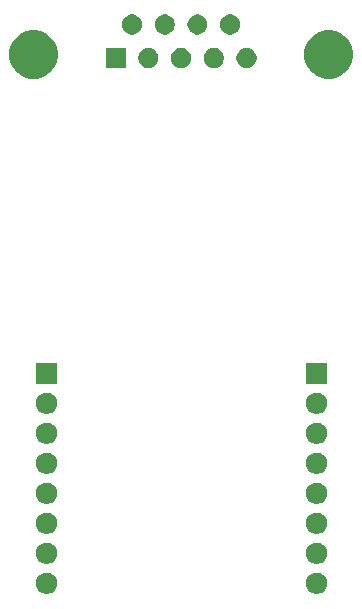
<source format=gbr>
G04 #@! TF.GenerationSoftware,KiCad,Pcbnew,(5.1.5)-3*
G04 #@! TF.CreationDate,2020-04-27T13:04:48+02:00*
G04 #@! TF.ProjectId,RS232_click,52533233-325f-4636-9c69-636b2e6b6963,rev?*
G04 #@! TF.SameCoordinates,Original*
G04 #@! TF.FileFunction,Soldermask,Bot*
G04 #@! TF.FilePolarity,Negative*
%FSLAX46Y46*%
G04 Gerber Fmt 4.6, Leading zero omitted, Abs format (unit mm)*
G04 Created by KiCad (PCBNEW (5.1.5)-3) date 2020-04-27 13:04:48*
%MOMM*%
%LPD*%
G04 APERTURE LIST*
%ADD10C,0.100000*%
G04 APERTURE END LIST*
D10*
G36*
X75043512Y-147693927D02*
G01*
X75192812Y-147723624D01*
X75356784Y-147791544D01*
X75504354Y-147890147D01*
X75629853Y-148015646D01*
X75728456Y-148163216D01*
X75796376Y-148327188D01*
X75831000Y-148501259D01*
X75831000Y-148678741D01*
X75796376Y-148852812D01*
X75728456Y-149016784D01*
X75629853Y-149164354D01*
X75504354Y-149289853D01*
X75356784Y-149388456D01*
X75192812Y-149456376D01*
X75043512Y-149486073D01*
X75018742Y-149491000D01*
X74841258Y-149491000D01*
X74816488Y-149486073D01*
X74667188Y-149456376D01*
X74503216Y-149388456D01*
X74355646Y-149289853D01*
X74230147Y-149164354D01*
X74131544Y-149016784D01*
X74063624Y-148852812D01*
X74029000Y-148678741D01*
X74029000Y-148501259D01*
X74063624Y-148327188D01*
X74131544Y-148163216D01*
X74230147Y-148015646D01*
X74355646Y-147890147D01*
X74503216Y-147791544D01*
X74667188Y-147723624D01*
X74816488Y-147693927D01*
X74841258Y-147689000D01*
X75018742Y-147689000D01*
X75043512Y-147693927D01*
G37*
G36*
X52183512Y-147693927D02*
G01*
X52332812Y-147723624D01*
X52496784Y-147791544D01*
X52644354Y-147890147D01*
X52769853Y-148015646D01*
X52868456Y-148163216D01*
X52936376Y-148327188D01*
X52971000Y-148501259D01*
X52971000Y-148678741D01*
X52936376Y-148852812D01*
X52868456Y-149016784D01*
X52769853Y-149164354D01*
X52644354Y-149289853D01*
X52496784Y-149388456D01*
X52332812Y-149456376D01*
X52183512Y-149486073D01*
X52158742Y-149491000D01*
X51981258Y-149491000D01*
X51956488Y-149486073D01*
X51807188Y-149456376D01*
X51643216Y-149388456D01*
X51495646Y-149289853D01*
X51370147Y-149164354D01*
X51271544Y-149016784D01*
X51203624Y-148852812D01*
X51169000Y-148678741D01*
X51169000Y-148501259D01*
X51203624Y-148327188D01*
X51271544Y-148163216D01*
X51370147Y-148015646D01*
X51495646Y-147890147D01*
X51643216Y-147791544D01*
X51807188Y-147723624D01*
X51956488Y-147693927D01*
X51981258Y-147689000D01*
X52158742Y-147689000D01*
X52183512Y-147693927D01*
G37*
G36*
X75043512Y-145153927D02*
G01*
X75192812Y-145183624D01*
X75356784Y-145251544D01*
X75504354Y-145350147D01*
X75629853Y-145475646D01*
X75728456Y-145623216D01*
X75796376Y-145787188D01*
X75831000Y-145961259D01*
X75831000Y-146138741D01*
X75796376Y-146312812D01*
X75728456Y-146476784D01*
X75629853Y-146624354D01*
X75504354Y-146749853D01*
X75356784Y-146848456D01*
X75192812Y-146916376D01*
X75043512Y-146946073D01*
X75018742Y-146951000D01*
X74841258Y-146951000D01*
X74816488Y-146946073D01*
X74667188Y-146916376D01*
X74503216Y-146848456D01*
X74355646Y-146749853D01*
X74230147Y-146624354D01*
X74131544Y-146476784D01*
X74063624Y-146312812D01*
X74029000Y-146138741D01*
X74029000Y-145961259D01*
X74063624Y-145787188D01*
X74131544Y-145623216D01*
X74230147Y-145475646D01*
X74355646Y-145350147D01*
X74503216Y-145251544D01*
X74667188Y-145183624D01*
X74816488Y-145153927D01*
X74841258Y-145149000D01*
X75018742Y-145149000D01*
X75043512Y-145153927D01*
G37*
G36*
X52183512Y-145153927D02*
G01*
X52332812Y-145183624D01*
X52496784Y-145251544D01*
X52644354Y-145350147D01*
X52769853Y-145475646D01*
X52868456Y-145623216D01*
X52936376Y-145787188D01*
X52971000Y-145961259D01*
X52971000Y-146138741D01*
X52936376Y-146312812D01*
X52868456Y-146476784D01*
X52769853Y-146624354D01*
X52644354Y-146749853D01*
X52496784Y-146848456D01*
X52332812Y-146916376D01*
X52183512Y-146946073D01*
X52158742Y-146951000D01*
X51981258Y-146951000D01*
X51956488Y-146946073D01*
X51807188Y-146916376D01*
X51643216Y-146848456D01*
X51495646Y-146749853D01*
X51370147Y-146624354D01*
X51271544Y-146476784D01*
X51203624Y-146312812D01*
X51169000Y-146138741D01*
X51169000Y-145961259D01*
X51203624Y-145787188D01*
X51271544Y-145623216D01*
X51370147Y-145475646D01*
X51495646Y-145350147D01*
X51643216Y-145251544D01*
X51807188Y-145183624D01*
X51956488Y-145153927D01*
X51981258Y-145149000D01*
X52158742Y-145149000D01*
X52183512Y-145153927D01*
G37*
G36*
X75043512Y-142613927D02*
G01*
X75192812Y-142643624D01*
X75356784Y-142711544D01*
X75504354Y-142810147D01*
X75629853Y-142935646D01*
X75728456Y-143083216D01*
X75796376Y-143247188D01*
X75831000Y-143421259D01*
X75831000Y-143598741D01*
X75796376Y-143772812D01*
X75728456Y-143936784D01*
X75629853Y-144084354D01*
X75504354Y-144209853D01*
X75356784Y-144308456D01*
X75192812Y-144376376D01*
X75043512Y-144406073D01*
X75018742Y-144411000D01*
X74841258Y-144411000D01*
X74816488Y-144406073D01*
X74667188Y-144376376D01*
X74503216Y-144308456D01*
X74355646Y-144209853D01*
X74230147Y-144084354D01*
X74131544Y-143936784D01*
X74063624Y-143772812D01*
X74029000Y-143598741D01*
X74029000Y-143421259D01*
X74063624Y-143247188D01*
X74131544Y-143083216D01*
X74230147Y-142935646D01*
X74355646Y-142810147D01*
X74503216Y-142711544D01*
X74667188Y-142643624D01*
X74816488Y-142613927D01*
X74841258Y-142609000D01*
X75018742Y-142609000D01*
X75043512Y-142613927D01*
G37*
G36*
X52183512Y-142613927D02*
G01*
X52332812Y-142643624D01*
X52496784Y-142711544D01*
X52644354Y-142810147D01*
X52769853Y-142935646D01*
X52868456Y-143083216D01*
X52936376Y-143247188D01*
X52971000Y-143421259D01*
X52971000Y-143598741D01*
X52936376Y-143772812D01*
X52868456Y-143936784D01*
X52769853Y-144084354D01*
X52644354Y-144209853D01*
X52496784Y-144308456D01*
X52332812Y-144376376D01*
X52183512Y-144406073D01*
X52158742Y-144411000D01*
X51981258Y-144411000D01*
X51956488Y-144406073D01*
X51807188Y-144376376D01*
X51643216Y-144308456D01*
X51495646Y-144209853D01*
X51370147Y-144084354D01*
X51271544Y-143936784D01*
X51203624Y-143772812D01*
X51169000Y-143598741D01*
X51169000Y-143421259D01*
X51203624Y-143247188D01*
X51271544Y-143083216D01*
X51370147Y-142935646D01*
X51495646Y-142810147D01*
X51643216Y-142711544D01*
X51807188Y-142643624D01*
X51956488Y-142613927D01*
X51981258Y-142609000D01*
X52158742Y-142609000D01*
X52183512Y-142613927D01*
G37*
G36*
X52183512Y-140073927D02*
G01*
X52332812Y-140103624D01*
X52496784Y-140171544D01*
X52644354Y-140270147D01*
X52769853Y-140395646D01*
X52868456Y-140543216D01*
X52936376Y-140707188D01*
X52971000Y-140881259D01*
X52971000Y-141058741D01*
X52936376Y-141232812D01*
X52868456Y-141396784D01*
X52769853Y-141544354D01*
X52644354Y-141669853D01*
X52496784Y-141768456D01*
X52332812Y-141836376D01*
X52183512Y-141866073D01*
X52158742Y-141871000D01*
X51981258Y-141871000D01*
X51956488Y-141866073D01*
X51807188Y-141836376D01*
X51643216Y-141768456D01*
X51495646Y-141669853D01*
X51370147Y-141544354D01*
X51271544Y-141396784D01*
X51203624Y-141232812D01*
X51169000Y-141058741D01*
X51169000Y-140881259D01*
X51203624Y-140707188D01*
X51271544Y-140543216D01*
X51370147Y-140395646D01*
X51495646Y-140270147D01*
X51643216Y-140171544D01*
X51807188Y-140103624D01*
X51956488Y-140073927D01*
X51981258Y-140069000D01*
X52158742Y-140069000D01*
X52183512Y-140073927D01*
G37*
G36*
X75043512Y-140073927D02*
G01*
X75192812Y-140103624D01*
X75356784Y-140171544D01*
X75504354Y-140270147D01*
X75629853Y-140395646D01*
X75728456Y-140543216D01*
X75796376Y-140707188D01*
X75831000Y-140881259D01*
X75831000Y-141058741D01*
X75796376Y-141232812D01*
X75728456Y-141396784D01*
X75629853Y-141544354D01*
X75504354Y-141669853D01*
X75356784Y-141768456D01*
X75192812Y-141836376D01*
X75043512Y-141866073D01*
X75018742Y-141871000D01*
X74841258Y-141871000D01*
X74816488Y-141866073D01*
X74667188Y-141836376D01*
X74503216Y-141768456D01*
X74355646Y-141669853D01*
X74230147Y-141544354D01*
X74131544Y-141396784D01*
X74063624Y-141232812D01*
X74029000Y-141058741D01*
X74029000Y-140881259D01*
X74063624Y-140707188D01*
X74131544Y-140543216D01*
X74230147Y-140395646D01*
X74355646Y-140270147D01*
X74503216Y-140171544D01*
X74667188Y-140103624D01*
X74816488Y-140073927D01*
X74841258Y-140069000D01*
X75018742Y-140069000D01*
X75043512Y-140073927D01*
G37*
G36*
X52183512Y-137533927D02*
G01*
X52332812Y-137563624D01*
X52496784Y-137631544D01*
X52644354Y-137730147D01*
X52769853Y-137855646D01*
X52868456Y-138003216D01*
X52936376Y-138167188D01*
X52971000Y-138341259D01*
X52971000Y-138518741D01*
X52936376Y-138692812D01*
X52868456Y-138856784D01*
X52769853Y-139004354D01*
X52644354Y-139129853D01*
X52496784Y-139228456D01*
X52332812Y-139296376D01*
X52183512Y-139326073D01*
X52158742Y-139331000D01*
X51981258Y-139331000D01*
X51956488Y-139326073D01*
X51807188Y-139296376D01*
X51643216Y-139228456D01*
X51495646Y-139129853D01*
X51370147Y-139004354D01*
X51271544Y-138856784D01*
X51203624Y-138692812D01*
X51169000Y-138518741D01*
X51169000Y-138341259D01*
X51203624Y-138167188D01*
X51271544Y-138003216D01*
X51370147Y-137855646D01*
X51495646Y-137730147D01*
X51643216Y-137631544D01*
X51807188Y-137563624D01*
X51956488Y-137533927D01*
X51981258Y-137529000D01*
X52158742Y-137529000D01*
X52183512Y-137533927D01*
G37*
G36*
X75043512Y-137533927D02*
G01*
X75192812Y-137563624D01*
X75356784Y-137631544D01*
X75504354Y-137730147D01*
X75629853Y-137855646D01*
X75728456Y-138003216D01*
X75796376Y-138167188D01*
X75831000Y-138341259D01*
X75831000Y-138518741D01*
X75796376Y-138692812D01*
X75728456Y-138856784D01*
X75629853Y-139004354D01*
X75504354Y-139129853D01*
X75356784Y-139228456D01*
X75192812Y-139296376D01*
X75043512Y-139326073D01*
X75018742Y-139331000D01*
X74841258Y-139331000D01*
X74816488Y-139326073D01*
X74667188Y-139296376D01*
X74503216Y-139228456D01*
X74355646Y-139129853D01*
X74230147Y-139004354D01*
X74131544Y-138856784D01*
X74063624Y-138692812D01*
X74029000Y-138518741D01*
X74029000Y-138341259D01*
X74063624Y-138167188D01*
X74131544Y-138003216D01*
X74230147Y-137855646D01*
X74355646Y-137730147D01*
X74503216Y-137631544D01*
X74667188Y-137563624D01*
X74816488Y-137533927D01*
X74841258Y-137529000D01*
X75018742Y-137529000D01*
X75043512Y-137533927D01*
G37*
G36*
X52183512Y-134993927D02*
G01*
X52332812Y-135023624D01*
X52496784Y-135091544D01*
X52644354Y-135190147D01*
X52769853Y-135315646D01*
X52868456Y-135463216D01*
X52936376Y-135627188D01*
X52971000Y-135801259D01*
X52971000Y-135978741D01*
X52936376Y-136152812D01*
X52868456Y-136316784D01*
X52769853Y-136464354D01*
X52644354Y-136589853D01*
X52496784Y-136688456D01*
X52332812Y-136756376D01*
X52183512Y-136786073D01*
X52158742Y-136791000D01*
X51981258Y-136791000D01*
X51956488Y-136786073D01*
X51807188Y-136756376D01*
X51643216Y-136688456D01*
X51495646Y-136589853D01*
X51370147Y-136464354D01*
X51271544Y-136316784D01*
X51203624Y-136152812D01*
X51169000Y-135978741D01*
X51169000Y-135801259D01*
X51203624Y-135627188D01*
X51271544Y-135463216D01*
X51370147Y-135315646D01*
X51495646Y-135190147D01*
X51643216Y-135091544D01*
X51807188Y-135023624D01*
X51956488Y-134993927D01*
X51981258Y-134989000D01*
X52158742Y-134989000D01*
X52183512Y-134993927D01*
G37*
G36*
X75043512Y-134993927D02*
G01*
X75192812Y-135023624D01*
X75356784Y-135091544D01*
X75504354Y-135190147D01*
X75629853Y-135315646D01*
X75728456Y-135463216D01*
X75796376Y-135627188D01*
X75831000Y-135801259D01*
X75831000Y-135978741D01*
X75796376Y-136152812D01*
X75728456Y-136316784D01*
X75629853Y-136464354D01*
X75504354Y-136589853D01*
X75356784Y-136688456D01*
X75192812Y-136756376D01*
X75043512Y-136786073D01*
X75018742Y-136791000D01*
X74841258Y-136791000D01*
X74816488Y-136786073D01*
X74667188Y-136756376D01*
X74503216Y-136688456D01*
X74355646Y-136589853D01*
X74230147Y-136464354D01*
X74131544Y-136316784D01*
X74063624Y-136152812D01*
X74029000Y-135978741D01*
X74029000Y-135801259D01*
X74063624Y-135627188D01*
X74131544Y-135463216D01*
X74230147Y-135315646D01*
X74355646Y-135190147D01*
X74503216Y-135091544D01*
X74667188Y-135023624D01*
X74816488Y-134993927D01*
X74841258Y-134989000D01*
X75018742Y-134989000D01*
X75043512Y-134993927D01*
G37*
G36*
X75043512Y-132453927D02*
G01*
X75192812Y-132483624D01*
X75356784Y-132551544D01*
X75504354Y-132650147D01*
X75629853Y-132775646D01*
X75728456Y-132923216D01*
X75796376Y-133087188D01*
X75831000Y-133261259D01*
X75831000Y-133438741D01*
X75796376Y-133612812D01*
X75728456Y-133776784D01*
X75629853Y-133924354D01*
X75504354Y-134049853D01*
X75356784Y-134148456D01*
X75192812Y-134216376D01*
X75043512Y-134246073D01*
X75018742Y-134251000D01*
X74841258Y-134251000D01*
X74816488Y-134246073D01*
X74667188Y-134216376D01*
X74503216Y-134148456D01*
X74355646Y-134049853D01*
X74230147Y-133924354D01*
X74131544Y-133776784D01*
X74063624Y-133612812D01*
X74029000Y-133438741D01*
X74029000Y-133261259D01*
X74063624Y-133087188D01*
X74131544Y-132923216D01*
X74230147Y-132775646D01*
X74355646Y-132650147D01*
X74503216Y-132551544D01*
X74667188Y-132483624D01*
X74816488Y-132453927D01*
X74841258Y-132449000D01*
X75018742Y-132449000D01*
X75043512Y-132453927D01*
G37*
G36*
X52183512Y-132453927D02*
G01*
X52332812Y-132483624D01*
X52496784Y-132551544D01*
X52644354Y-132650147D01*
X52769853Y-132775646D01*
X52868456Y-132923216D01*
X52936376Y-133087188D01*
X52971000Y-133261259D01*
X52971000Y-133438741D01*
X52936376Y-133612812D01*
X52868456Y-133776784D01*
X52769853Y-133924354D01*
X52644354Y-134049853D01*
X52496784Y-134148456D01*
X52332812Y-134216376D01*
X52183512Y-134246073D01*
X52158742Y-134251000D01*
X51981258Y-134251000D01*
X51956488Y-134246073D01*
X51807188Y-134216376D01*
X51643216Y-134148456D01*
X51495646Y-134049853D01*
X51370147Y-133924354D01*
X51271544Y-133776784D01*
X51203624Y-133612812D01*
X51169000Y-133438741D01*
X51169000Y-133261259D01*
X51203624Y-133087188D01*
X51271544Y-132923216D01*
X51370147Y-132775646D01*
X51495646Y-132650147D01*
X51643216Y-132551544D01*
X51807188Y-132483624D01*
X51956488Y-132453927D01*
X51981258Y-132449000D01*
X52158742Y-132449000D01*
X52183512Y-132453927D01*
G37*
G36*
X75831000Y-131711000D02*
G01*
X74029000Y-131711000D01*
X74029000Y-129909000D01*
X75831000Y-129909000D01*
X75831000Y-131711000D01*
G37*
G36*
X52971000Y-131711000D02*
G01*
X51169000Y-131711000D01*
X51169000Y-129909000D01*
X52971000Y-129909000D01*
X52971000Y-131711000D01*
G37*
G36*
X76550254Y-101850318D02*
G01*
X76923511Y-102004926D01*
X76923513Y-102004927D01*
X77066989Y-102100795D01*
X77259436Y-102229384D01*
X77545116Y-102515064D01*
X77769574Y-102850989D01*
X77924182Y-103224246D01*
X78003000Y-103620493D01*
X78003000Y-104024507D01*
X77924182Y-104420754D01*
X77769574Y-104794011D01*
X77769573Y-104794013D01*
X77545116Y-105129936D01*
X77259436Y-105415616D01*
X76923513Y-105640073D01*
X76923512Y-105640074D01*
X76923511Y-105640074D01*
X76550254Y-105794682D01*
X76154007Y-105873500D01*
X75749993Y-105873500D01*
X75353746Y-105794682D01*
X74980489Y-105640074D01*
X74980488Y-105640074D01*
X74980487Y-105640073D01*
X74644564Y-105415616D01*
X74358884Y-105129936D01*
X74134427Y-104794013D01*
X74134426Y-104794011D01*
X73979818Y-104420754D01*
X73901000Y-104024507D01*
X73901000Y-103620493D01*
X73979818Y-103224246D01*
X74134426Y-102850989D01*
X74358884Y-102515064D01*
X74644564Y-102229384D01*
X74837011Y-102100795D01*
X74980487Y-102004927D01*
X74980489Y-102004926D01*
X75353746Y-101850318D01*
X75749993Y-101771500D01*
X76154007Y-101771500D01*
X76550254Y-101850318D01*
G37*
G36*
X51550254Y-101850318D02*
G01*
X51923511Y-102004926D01*
X51923513Y-102004927D01*
X52066989Y-102100795D01*
X52259436Y-102229384D01*
X52545116Y-102515064D01*
X52769574Y-102850989D01*
X52924182Y-103224246D01*
X53003000Y-103620493D01*
X53003000Y-104024507D01*
X52924182Y-104420754D01*
X52769574Y-104794011D01*
X52769573Y-104794013D01*
X52545116Y-105129936D01*
X52259436Y-105415616D01*
X51923513Y-105640073D01*
X51923512Y-105640074D01*
X51923511Y-105640074D01*
X51550254Y-105794682D01*
X51154007Y-105873500D01*
X50749993Y-105873500D01*
X50353746Y-105794682D01*
X49980489Y-105640074D01*
X49980488Y-105640074D01*
X49980487Y-105640073D01*
X49644564Y-105415616D01*
X49358884Y-105129936D01*
X49134427Y-104794013D01*
X49134426Y-104794011D01*
X48979818Y-104420754D01*
X48901000Y-104024507D01*
X48901000Y-103620493D01*
X48979818Y-103224246D01*
X49134426Y-102850989D01*
X49358884Y-102515064D01*
X49644564Y-102229384D01*
X49837011Y-102100795D01*
X49980487Y-102004927D01*
X49980489Y-102004926D01*
X50353746Y-101850318D01*
X50749993Y-101771500D01*
X51154007Y-101771500D01*
X51550254Y-101850318D01*
G37*
G36*
X69240228Y-103304203D02*
G01*
X69395100Y-103368353D01*
X69534481Y-103461485D01*
X69653015Y-103580019D01*
X69746147Y-103719400D01*
X69810297Y-103874272D01*
X69843000Y-104038684D01*
X69843000Y-104206316D01*
X69810297Y-104370728D01*
X69746147Y-104525600D01*
X69653015Y-104664981D01*
X69534481Y-104783515D01*
X69395100Y-104876647D01*
X69240228Y-104940797D01*
X69075816Y-104973500D01*
X68908184Y-104973500D01*
X68743772Y-104940797D01*
X68588900Y-104876647D01*
X68449519Y-104783515D01*
X68330985Y-104664981D01*
X68237853Y-104525600D01*
X68173703Y-104370728D01*
X68141000Y-104206316D01*
X68141000Y-104038684D01*
X68173703Y-103874272D01*
X68237853Y-103719400D01*
X68330985Y-103580019D01*
X68449519Y-103461485D01*
X68588900Y-103368353D01*
X68743772Y-103304203D01*
X68908184Y-103271500D01*
X69075816Y-103271500D01*
X69240228Y-103304203D01*
G37*
G36*
X66470228Y-103304203D02*
G01*
X66625100Y-103368353D01*
X66764481Y-103461485D01*
X66883015Y-103580019D01*
X66976147Y-103719400D01*
X67040297Y-103874272D01*
X67073000Y-104038684D01*
X67073000Y-104206316D01*
X67040297Y-104370728D01*
X66976147Y-104525600D01*
X66883015Y-104664981D01*
X66764481Y-104783515D01*
X66625100Y-104876647D01*
X66470228Y-104940797D01*
X66305816Y-104973500D01*
X66138184Y-104973500D01*
X65973772Y-104940797D01*
X65818900Y-104876647D01*
X65679519Y-104783515D01*
X65560985Y-104664981D01*
X65467853Y-104525600D01*
X65403703Y-104370728D01*
X65371000Y-104206316D01*
X65371000Y-104038684D01*
X65403703Y-103874272D01*
X65467853Y-103719400D01*
X65560985Y-103580019D01*
X65679519Y-103461485D01*
X65818900Y-103368353D01*
X65973772Y-103304203D01*
X66138184Y-103271500D01*
X66305816Y-103271500D01*
X66470228Y-103304203D01*
G37*
G36*
X63700228Y-103304203D02*
G01*
X63855100Y-103368353D01*
X63994481Y-103461485D01*
X64113015Y-103580019D01*
X64206147Y-103719400D01*
X64270297Y-103874272D01*
X64303000Y-104038684D01*
X64303000Y-104206316D01*
X64270297Y-104370728D01*
X64206147Y-104525600D01*
X64113015Y-104664981D01*
X63994481Y-104783515D01*
X63855100Y-104876647D01*
X63700228Y-104940797D01*
X63535816Y-104973500D01*
X63368184Y-104973500D01*
X63203772Y-104940797D01*
X63048900Y-104876647D01*
X62909519Y-104783515D01*
X62790985Y-104664981D01*
X62697853Y-104525600D01*
X62633703Y-104370728D01*
X62601000Y-104206316D01*
X62601000Y-104038684D01*
X62633703Y-103874272D01*
X62697853Y-103719400D01*
X62790985Y-103580019D01*
X62909519Y-103461485D01*
X63048900Y-103368353D01*
X63203772Y-103304203D01*
X63368184Y-103271500D01*
X63535816Y-103271500D01*
X63700228Y-103304203D01*
G37*
G36*
X60930228Y-103304203D02*
G01*
X61085100Y-103368353D01*
X61224481Y-103461485D01*
X61343015Y-103580019D01*
X61436147Y-103719400D01*
X61500297Y-103874272D01*
X61533000Y-104038684D01*
X61533000Y-104206316D01*
X61500297Y-104370728D01*
X61436147Y-104525600D01*
X61343015Y-104664981D01*
X61224481Y-104783515D01*
X61085100Y-104876647D01*
X60930228Y-104940797D01*
X60765816Y-104973500D01*
X60598184Y-104973500D01*
X60433772Y-104940797D01*
X60278900Y-104876647D01*
X60139519Y-104783515D01*
X60020985Y-104664981D01*
X59927853Y-104525600D01*
X59863703Y-104370728D01*
X59831000Y-104206316D01*
X59831000Y-104038684D01*
X59863703Y-103874272D01*
X59927853Y-103719400D01*
X60020985Y-103580019D01*
X60139519Y-103461485D01*
X60278900Y-103368353D01*
X60433772Y-103304203D01*
X60598184Y-103271500D01*
X60765816Y-103271500D01*
X60930228Y-103304203D01*
G37*
G36*
X58763000Y-104973500D02*
G01*
X57061000Y-104973500D01*
X57061000Y-103271500D01*
X58763000Y-103271500D01*
X58763000Y-104973500D01*
G37*
G36*
X62315228Y-100464203D02*
G01*
X62470100Y-100528353D01*
X62609481Y-100621485D01*
X62728015Y-100740019D01*
X62821147Y-100879400D01*
X62885297Y-101034272D01*
X62918000Y-101198684D01*
X62918000Y-101366316D01*
X62885297Y-101530728D01*
X62821147Y-101685600D01*
X62728015Y-101824981D01*
X62609481Y-101943515D01*
X62470100Y-102036647D01*
X62315228Y-102100797D01*
X62150816Y-102133500D01*
X61983184Y-102133500D01*
X61818772Y-102100797D01*
X61663900Y-102036647D01*
X61524519Y-101943515D01*
X61405985Y-101824981D01*
X61312853Y-101685600D01*
X61248703Y-101530728D01*
X61216000Y-101366316D01*
X61216000Y-101198684D01*
X61248703Y-101034272D01*
X61312853Y-100879400D01*
X61405985Y-100740019D01*
X61524519Y-100621485D01*
X61663900Y-100528353D01*
X61818772Y-100464203D01*
X61983184Y-100431500D01*
X62150816Y-100431500D01*
X62315228Y-100464203D01*
G37*
G36*
X65085228Y-100464203D02*
G01*
X65240100Y-100528353D01*
X65379481Y-100621485D01*
X65498015Y-100740019D01*
X65591147Y-100879400D01*
X65655297Y-101034272D01*
X65688000Y-101198684D01*
X65688000Y-101366316D01*
X65655297Y-101530728D01*
X65591147Y-101685600D01*
X65498015Y-101824981D01*
X65379481Y-101943515D01*
X65240100Y-102036647D01*
X65085228Y-102100797D01*
X64920816Y-102133500D01*
X64753184Y-102133500D01*
X64588772Y-102100797D01*
X64433900Y-102036647D01*
X64294519Y-101943515D01*
X64175985Y-101824981D01*
X64082853Y-101685600D01*
X64018703Y-101530728D01*
X63986000Y-101366316D01*
X63986000Y-101198684D01*
X64018703Y-101034272D01*
X64082853Y-100879400D01*
X64175985Y-100740019D01*
X64294519Y-100621485D01*
X64433900Y-100528353D01*
X64588772Y-100464203D01*
X64753184Y-100431500D01*
X64920816Y-100431500D01*
X65085228Y-100464203D01*
G37*
G36*
X67855228Y-100464203D02*
G01*
X68010100Y-100528353D01*
X68149481Y-100621485D01*
X68268015Y-100740019D01*
X68361147Y-100879400D01*
X68425297Y-101034272D01*
X68458000Y-101198684D01*
X68458000Y-101366316D01*
X68425297Y-101530728D01*
X68361147Y-101685600D01*
X68268015Y-101824981D01*
X68149481Y-101943515D01*
X68010100Y-102036647D01*
X67855228Y-102100797D01*
X67690816Y-102133500D01*
X67523184Y-102133500D01*
X67358772Y-102100797D01*
X67203900Y-102036647D01*
X67064519Y-101943515D01*
X66945985Y-101824981D01*
X66852853Y-101685600D01*
X66788703Y-101530728D01*
X66756000Y-101366316D01*
X66756000Y-101198684D01*
X66788703Y-101034272D01*
X66852853Y-100879400D01*
X66945985Y-100740019D01*
X67064519Y-100621485D01*
X67203900Y-100528353D01*
X67358772Y-100464203D01*
X67523184Y-100431500D01*
X67690816Y-100431500D01*
X67855228Y-100464203D01*
G37*
G36*
X59545228Y-100464203D02*
G01*
X59700100Y-100528353D01*
X59839481Y-100621485D01*
X59958015Y-100740019D01*
X60051147Y-100879400D01*
X60115297Y-101034272D01*
X60148000Y-101198684D01*
X60148000Y-101366316D01*
X60115297Y-101530728D01*
X60051147Y-101685600D01*
X59958015Y-101824981D01*
X59839481Y-101943515D01*
X59700100Y-102036647D01*
X59545228Y-102100797D01*
X59380816Y-102133500D01*
X59213184Y-102133500D01*
X59048772Y-102100797D01*
X58893900Y-102036647D01*
X58754519Y-101943515D01*
X58635985Y-101824981D01*
X58542853Y-101685600D01*
X58478703Y-101530728D01*
X58446000Y-101366316D01*
X58446000Y-101198684D01*
X58478703Y-101034272D01*
X58542853Y-100879400D01*
X58635985Y-100740019D01*
X58754519Y-100621485D01*
X58893900Y-100528353D01*
X59048772Y-100464203D01*
X59213184Y-100431500D01*
X59380816Y-100431500D01*
X59545228Y-100464203D01*
G37*
M02*

</source>
